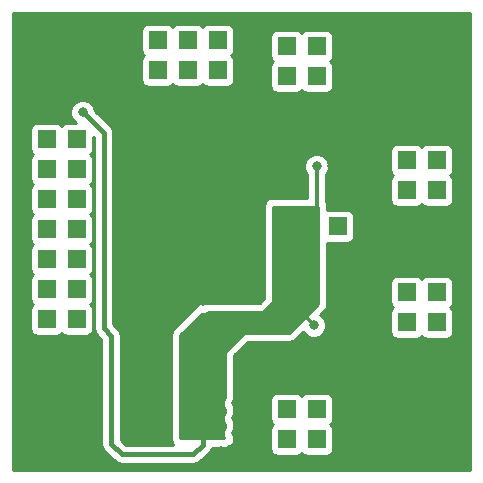
<source format=gbr>
G04 #@! TF.GenerationSoftware,KiCad,Pcbnew,(2017-02-05 revision 431abcf)-makepkg*
G04 #@! TF.CreationDate,2017-06-05T07:30:28+02:00*
G04 #@! TF.ProjectId,DIG4SW01A,4449473453573031412E6B696361645F,rev?*
G04 #@! TF.FileFunction,Copper,L1,Top,Signal*
G04 #@! TF.FilePolarity,Positive*
%FSLAX46Y46*%
G04 Gerber Fmt 4.6, Leading zero omitted, Abs format (unit mm)*
G04 Created by KiCad (PCBNEW (2017-02-05 revision 431abcf)-makepkg) date 06/05/17 07:30:28*
%MOMM*%
%LPD*%
G01*
G04 APERTURE LIST*
%ADD10C,1.300000*%
%ADD11C,0.800000*%
%ADD12C,6.000000*%
%ADD13R,3.810000X3.810000*%
%ADD14R,1.524000X1.524000*%
%ADD15C,0.250000*%
%ADD16C,0.300000*%
%ADD17C,0.400000*%
%ADD18C,0.254000*%
G04 APERTURE END LIST*
D10*
D11*
X17595500Y24111000D03*
X17595500Y23095000D03*
X17595500Y22079000D03*
X17595500Y21063000D03*
X17595500Y20047000D03*
X18802000Y24111000D03*
X18802000Y23095000D03*
X18802000Y22079000D03*
X18802000Y21063000D03*
X18802000Y20047000D03*
X19995800Y24111000D03*
X20008500Y23095000D03*
X20008500Y22079000D03*
X20008500Y21063000D03*
X20008500Y20047000D03*
D12*
X5080000Y5080000D03*
X35560000Y5080000D03*
X35560000Y35560000D03*
X5080000Y35560000D03*
D13*
X17018000Y10414000D03*
X17018000Y5414000D03*
X11938000Y5414000D03*
X11938000Y10414000D03*
D14*
X6350000Y28956000D03*
X3810000Y28956000D03*
X13208000Y34798000D03*
X13208000Y37338000D03*
X3810000Y13716000D03*
X6350000Y13716000D03*
X3810000Y16256000D03*
X6350000Y16256000D03*
X6350000Y18796000D03*
X3810000Y18796000D03*
X3810000Y21336000D03*
X6350000Y21336000D03*
X6350000Y23876000D03*
X3810000Y23876000D03*
X6350000Y26416000D03*
X3810000Y26416000D03*
X18288000Y34798000D03*
X18288000Y37338000D03*
X15748000Y37338000D03*
X15748000Y34798000D03*
X29210000Y6096000D03*
X29210000Y3556000D03*
X26670000Y6096000D03*
X26670000Y3556000D03*
X24130000Y6096000D03*
X24130000Y3556000D03*
X21590000Y6096000D03*
X21590000Y3556000D03*
X34290000Y18542000D03*
X36830000Y18542000D03*
X34290000Y16002000D03*
X36830000Y16002000D03*
X34290000Y13462000D03*
X36830000Y13462000D03*
X34290000Y10922000D03*
X36830000Y10922000D03*
X36830000Y22098000D03*
X34290000Y22098000D03*
X36830000Y24638000D03*
X34290000Y24638000D03*
X36830000Y27178000D03*
X34290000Y27178000D03*
X36830000Y29718000D03*
X34290000Y29718000D03*
X21590000Y34290000D03*
X21590000Y36830000D03*
X24130000Y34290000D03*
X24130000Y36830000D03*
X26670000Y34290000D03*
X26670000Y36830000D03*
X29210000Y34290000D03*
X29210000Y36830000D03*
X30988000Y21590000D03*
X28448000Y21590000D03*
X3810000Y11176000D03*
X6350000Y11176000D03*
D11*
X5080000Y9652000D03*
X6096000Y9652000D03*
X6096000Y8636000D03*
X8128000Y8127994D03*
X7620000Y12192000D03*
X7112000Y8636000D03*
X7112000Y9652002D03*
X8128000Y9144000D03*
X8128000Y10160000D03*
X8128006Y11176000D03*
X22860000Y11176000D03*
X20828000Y10922000D03*
X38862000Y22098000D03*
X39116000Y29718000D03*
X39116000Y31496000D03*
X39116000Y32766000D03*
X27940000Y26670000D03*
X27431984Y28194000D03*
X39116000Y10414000D03*
X39116000Y11430000D03*
X39116000Y12446000D03*
X39116000Y13462000D03*
X39116000Y14478000D03*
X39116000Y15494000D03*
X39116000Y16764000D03*
X38862000Y18034000D03*
X38862000Y19050000D03*
X31750000Y17526000D03*
X32766000Y11684000D03*
X30988000Y11684000D03*
X30734000Y39116000D03*
X29210000Y39116000D03*
X27686000Y39116000D03*
X26416000Y39116000D03*
X25146000Y39116000D03*
X23876000Y39116000D03*
X21844000Y38862000D03*
X24892000Y29972000D03*
X25146000Y28702000D03*
X29210000Y32766000D03*
X31242000Y37084000D03*
X31242000Y35814000D03*
X31242000Y34290000D03*
X31242000Y33020000D03*
X32258000Y33020000D03*
X33020000Y31750000D03*
X31750000Y31750000D03*
X30480000Y31750000D03*
X29210000Y31750000D03*
X38354000Y20320000D03*
X37338000Y20320000D03*
X36322000Y20320000D03*
X35052000Y20320000D03*
X33782000Y20320000D03*
X32512000Y19812000D03*
X32512000Y18288000D03*
X29210000Y11430000D03*
X31242000Y7366000D03*
X31242000Y5842000D03*
X31242000Y4826000D03*
X31242000Y3810000D03*
X31242000Y2794000D03*
X31496000Y1524000D03*
X30480000Y1524000D03*
X29210000Y1524000D03*
X20066000Y8128000D03*
X19812000Y6604000D03*
X19812000Y5334000D03*
X19812000Y4064000D03*
X19812000Y2540000D03*
X18542000Y2540000D03*
X18034000Y1524000D03*
X19050000Y1524000D03*
X20066000Y1524000D03*
X21336000Y1524000D03*
X22606000Y1524000D03*
X10160000Y13716000D03*
X11176000Y13208000D03*
X13716000Y13208000D03*
X12446000Y13208000D03*
X12446000Y14224000D03*
X12446000Y15494000D03*
X13462000Y16510000D03*
X14732000Y16510000D03*
X16002000Y16510000D03*
X16002000Y15240000D03*
X17018000Y15240000D03*
X17018000Y16510000D03*
X17780000Y17526000D03*
X18796000Y17526000D03*
X19812000Y17526000D03*
X19812000Y18796000D03*
X18796000Y18796000D03*
X17780000Y18796000D03*
X19812000Y25400000D03*
X18796000Y25400000D03*
X17780000Y25400000D03*
X17780000Y26416000D03*
X18796000Y26416000D03*
X19812000Y26416000D03*
X19304000Y27432000D03*
X18034000Y27432000D03*
X18034000Y28448000D03*
X19304000Y28448000D03*
X20320000Y28448000D03*
X20320000Y29464000D03*
X19304000Y29464000D03*
X18034000Y29464000D03*
X18034000Y30480000D03*
X19304000Y30480000D03*
X20320000Y30480000D03*
X19304000Y31496000D03*
X20320000Y31496000D03*
X20874000Y32512000D03*
X19558000Y32512000D03*
X13462000Y29464000D03*
X26416000Y13208000D03*
X26670000Y26670000D03*
X26416000Y21844000D03*
X26416000Y22860000D03*
X25400000Y22860000D03*
X25400000Y21844000D03*
X6858000Y31242000D03*
X26416000Y20828000D03*
X25400000Y20828000D03*
X24384000Y20828000D03*
X23368000Y20828000D03*
X23368000Y21844000D03*
X24384000Y21844000D03*
X24384000Y22860000D03*
X23368000Y22860000D03*
D15*
X6096000Y9652000D02*
X5080000Y9652000D01*
X7112000Y8636000D02*
X6096000Y8636000D01*
X8128000Y9144000D02*
X8128000Y8127994D01*
X7220001Y11792001D02*
X7620000Y12192000D01*
X7112000Y11684000D02*
X7220001Y11792001D01*
X7112000Y9652002D02*
X7112000Y11684000D01*
X8128006Y10160006D02*
X8128000Y10160000D01*
X8128006Y11176000D02*
X8128006Y10160006D01*
X20828000Y10922000D02*
X22606000Y10922000D01*
X22606000Y10922000D02*
X22860000Y11176000D01*
X36830000Y22098000D02*
X38862000Y22098000D01*
X39116000Y32766000D02*
X39116000Y31496000D01*
D16*
X27940000Y26981685D02*
X27940000Y26670000D01*
X27940000Y27685984D02*
X27940000Y26981685D01*
X27431984Y28194000D02*
X27940000Y27685984D01*
X27940000Y27178000D02*
X27940000Y26981685D01*
X28448000Y27686000D02*
X27940000Y27178000D01*
X39116000Y12446000D02*
X39116000Y11430000D01*
X39116000Y14478000D02*
X39116000Y13462000D01*
X39116000Y16764000D02*
X39116000Y15494000D01*
X38862000Y19050000D02*
X38862000Y18034000D01*
X32512000Y18288000D02*
X31750000Y17526000D01*
X29210000Y11430000D02*
X30734000Y11430000D01*
X30734000Y11430000D02*
X30988000Y11684000D01*
X27686000Y39116000D02*
X29210000Y39116000D01*
X25146000Y39116000D02*
X26416000Y39116000D01*
X21844000Y38862000D02*
X23622000Y38862000D01*
X23622000Y38862000D02*
X23876000Y39116000D01*
X25146000Y28702000D02*
X25146000Y29718000D01*
X25146000Y29718000D02*
X24892000Y29972000D01*
X29210000Y31750000D02*
X29210000Y32766000D01*
X31242000Y34290000D02*
X31242000Y35814000D01*
X32258000Y33020000D02*
X31242000Y33020000D01*
X31750000Y31750000D02*
X33020000Y31750000D01*
X29210000Y31750000D02*
X30480000Y31750000D01*
X36322000Y20320000D02*
X37338000Y20320000D01*
X33782000Y20320000D02*
X35052000Y20320000D01*
X32512000Y18288000D02*
X32512000Y19812000D01*
X31242000Y5842000D02*
X31242000Y7366000D01*
X31242000Y2794000D02*
X31242000Y3810000D01*
X30480000Y1524000D02*
X31496000Y1524000D01*
X29210000Y3556000D02*
X29210000Y1524000D01*
D15*
X19812000Y6604000D02*
X19812000Y7874000D01*
X19812000Y7874000D02*
X20066000Y8128000D01*
X19812000Y4064000D02*
X19812000Y5334000D01*
X18542000Y2540000D02*
X19812000Y2540000D01*
X19050000Y1524000D02*
X18034000Y1524000D01*
X21336000Y1524000D02*
X20066000Y1524000D01*
X21590000Y3556000D02*
X21590000Y2540000D01*
X21590000Y2540000D02*
X22606000Y1524000D01*
X13716000Y13208000D02*
X11176000Y13208000D01*
X12446000Y14224000D02*
X12446000Y13208000D01*
X13462000Y16510000D02*
X12446000Y15494000D01*
X16002000Y16510000D02*
X14732000Y16510000D01*
X17018000Y15240000D02*
X16002000Y15240000D01*
X17780000Y17526000D02*
X17780000Y17272000D01*
X17780000Y17272000D02*
X17018000Y16510000D01*
X19812000Y17526000D02*
X18796000Y17526000D01*
X18796000Y18796000D02*
X19812000Y18796000D01*
X17595500Y20047000D02*
X17595500Y18980500D01*
X17595500Y18980500D02*
X17780000Y18796000D01*
D16*
X18796000Y25400000D02*
X19812000Y25400000D01*
X17780000Y26416000D02*
X17780000Y25400000D01*
X19812000Y26416000D02*
X18796000Y26416000D01*
X18034000Y27432000D02*
X19304000Y27432000D01*
X19304000Y28448000D02*
X18034000Y28448000D01*
X20320000Y29464000D02*
X20320000Y28448000D01*
X18034000Y29464000D02*
X19304000Y29464000D01*
X19304000Y30480000D02*
X18034000Y30480000D01*
X19304000Y31496000D02*
X20320000Y30480000D01*
X20874000Y32512000D02*
X20874000Y32050000D01*
X20874000Y32050000D02*
X20320000Y31496000D01*
X21590000Y34290000D02*
X21590000Y33228000D01*
X20874000Y32512000D02*
X19558000Y32512000D01*
X21590000Y33228000D02*
X20874000Y32512000D01*
X26416000Y13208000D02*
X24638000Y14986000D01*
X24638000Y14986000D02*
X23622000Y14986000D01*
X23622000Y14986000D02*
X21844000Y13208000D01*
X21844000Y13208000D02*
X17607000Y13208000D01*
X17607000Y13208000D02*
X17018000Y12619000D01*
X17018000Y12619000D02*
X17018000Y10414000D01*
X26670000Y26670000D02*
X26670000Y23114000D01*
X26670000Y23114000D02*
X26416000Y22860000D01*
X26416000Y21844000D02*
X25400000Y21844000D01*
X25400000Y22860000D02*
X26416000Y22860000D01*
D17*
X8636000Y29464000D02*
X8636000Y12954000D01*
X9280001Y3165999D02*
X9280001Y12309999D01*
X16195000Y2286000D02*
X10160000Y2286000D01*
X10160000Y2286000D02*
X9280001Y3165999D01*
X9280001Y12309999D02*
X8636000Y12954000D01*
X17018000Y3109000D02*
X16195000Y2286000D01*
X6858000Y31242000D02*
X8636000Y29464000D01*
X17018000Y3109000D02*
X17018000Y5414000D01*
D16*
X25400000Y20828000D02*
X26416000Y20828000D01*
X23368000Y20828000D02*
X24384000Y20828000D01*
X24384000Y21844000D02*
X23368000Y21844000D01*
X23368000Y22860000D02*
X24384000Y22860000D01*
D18*
G36*
X39676000Y964000D02*
X964000Y964000D01*
X964000Y29718000D01*
X2400560Y29718000D01*
X2400560Y28194000D01*
X2449843Y27946235D01*
X2590191Y27736191D01*
X2665307Y27686000D01*
X2590191Y27635809D01*
X2449843Y27425765D01*
X2400560Y27178000D01*
X2400560Y25654000D01*
X2449843Y25406235D01*
X2590191Y25196191D01*
X2665307Y25146000D01*
X2590191Y25095809D01*
X2449843Y24885765D01*
X2400560Y24638000D01*
X2400560Y23114000D01*
X2449843Y22866235D01*
X2590191Y22656191D01*
X2665307Y22606000D01*
X2590191Y22555809D01*
X2449843Y22345765D01*
X2400560Y22098000D01*
X2400560Y20574000D01*
X2449843Y20326235D01*
X2590191Y20116191D01*
X2665307Y20066000D01*
X2590191Y20015809D01*
X2449843Y19805765D01*
X2400560Y19558000D01*
X2400560Y18034000D01*
X2449843Y17786235D01*
X2590191Y17576191D01*
X2665307Y17526000D01*
X2590191Y17475809D01*
X2449843Y17265765D01*
X2400560Y17018000D01*
X2400560Y15494000D01*
X2449843Y15246235D01*
X2590191Y15036191D01*
X2665307Y14986000D01*
X2590191Y14935809D01*
X2449843Y14725765D01*
X2400560Y14478000D01*
X2400560Y12954000D01*
X2449843Y12706235D01*
X2590191Y12496191D01*
X2800235Y12355843D01*
X3048000Y12306560D01*
X4572000Y12306560D01*
X4819765Y12355843D01*
X5029809Y12496191D01*
X5080000Y12571307D01*
X5130191Y12496191D01*
X5340235Y12355843D01*
X5588000Y12306560D01*
X7112000Y12306560D01*
X7359765Y12355843D01*
X7569809Y12496191D01*
X7710157Y12706235D01*
X7759440Y12954000D01*
X7759440Y14478000D01*
X7710157Y14725765D01*
X7569809Y14935809D01*
X7494693Y14986000D01*
X7569809Y15036191D01*
X7710157Y15246235D01*
X7759440Y15494000D01*
X7759440Y17018000D01*
X7710157Y17265765D01*
X7569809Y17475809D01*
X7494693Y17526000D01*
X7569809Y17576191D01*
X7710157Y17786235D01*
X7759440Y18034000D01*
X7759440Y19558000D01*
X7710157Y19805765D01*
X7569809Y20015809D01*
X7494693Y20066000D01*
X7569809Y20116191D01*
X7710157Y20326235D01*
X7759440Y20574000D01*
X7759440Y22098000D01*
X7710157Y22345765D01*
X7569809Y22555809D01*
X7494693Y22606000D01*
X7569809Y22656191D01*
X7710157Y22866235D01*
X7759440Y23114000D01*
X7759440Y24638000D01*
X7710157Y24885765D01*
X7569809Y25095809D01*
X7494693Y25146000D01*
X7569809Y25196191D01*
X7710157Y25406235D01*
X7759440Y25654000D01*
X7759440Y27178000D01*
X7710157Y27425765D01*
X7569809Y27635809D01*
X7494693Y27686000D01*
X7569809Y27736191D01*
X7710157Y27946235D01*
X7759440Y28194000D01*
X7759440Y29159692D01*
X7801000Y29118132D01*
X7801000Y12954000D01*
X7864561Y12634459D01*
X8045566Y12363566D01*
X8445001Y11964131D01*
X8445001Y3165999D01*
X8508562Y2846458D01*
X8546647Y2789460D01*
X8689567Y2575565D01*
X9569566Y1695565D01*
X9840460Y1514560D01*
X10160000Y1451000D01*
X16195000Y1451000D01*
X16514541Y1514561D01*
X16785434Y1695566D01*
X17608434Y2518566D01*
X17789440Y2789460D01*
X17803781Y2861560D01*
X18923000Y2861560D01*
X19170765Y2910843D01*
X19243598Y2959509D01*
X19293004Y2969336D01*
X19499013Y3106987D01*
X19636664Y3312996D01*
X19685000Y3556000D01*
X19685000Y6858000D01*
X22720560Y6858000D01*
X22720560Y5334000D01*
X22769843Y5086235D01*
X22910191Y4876191D01*
X22985307Y4826000D01*
X22910191Y4775809D01*
X22769843Y4565765D01*
X22720560Y4318000D01*
X22720560Y2794000D01*
X22769843Y2546235D01*
X22910191Y2336191D01*
X23120235Y2195843D01*
X23368000Y2146560D01*
X24892000Y2146560D01*
X25139765Y2195843D01*
X25349809Y2336191D01*
X25400000Y2411307D01*
X25450191Y2336191D01*
X25660235Y2195843D01*
X25908000Y2146560D01*
X27432000Y2146560D01*
X27679765Y2195843D01*
X27889809Y2336191D01*
X28030157Y2546235D01*
X28079440Y2794000D01*
X28079440Y4318000D01*
X28030157Y4565765D01*
X27889809Y4775809D01*
X27814693Y4826000D01*
X27889809Y4876191D01*
X28030157Y5086235D01*
X28079440Y5334000D01*
X28079440Y6858000D01*
X28030157Y7105765D01*
X27889809Y7315809D01*
X27679765Y7456157D01*
X27432000Y7505440D01*
X25908000Y7505440D01*
X25660235Y7456157D01*
X25450191Y7315809D01*
X25400000Y7240693D01*
X25349809Y7315809D01*
X25139765Y7456157D01*
X24892000Y7505440D01*
X23368000Y7505440D01*
X23120235Y7456157D01*
X22910191Y7315809D01*
X22769843Y7105765D01*
X22720560Y6858000D01*
X19685000Y6858000D01*
X19685000Y10658974D01*
X20837026Y11811000D01*
X24384000Y11811000D01*
X24627004Y11859336D01*
X24833013Y11996987D01*
X25514800Y12678774D01*
X25538058Y12622485D01*
X25828954Y12331081D01*
X26209223Y12173180D01*
X26620971Y12172821D01*
X27001515Y12330058D01*
X27292919Y12620954D01*
X27450820Y13001223D01*
X27451179Y13412971D01*
X27293942Y13793515D01*
X27003046Y14084919D01*
X26945034Y14109008D01*
X27373013Y14536987D01*
X27510664Y14742996D01*
X27559000Y14986000D01*
X27559000Y16764000D01*
X32880560Y16764000D01*
X32880560Y15240000D01*
X32929843Y14992235D01*
X33070191Y14782191D01*
X33145307Y14732000D01*
X33070191Y14681809D01*
X32929843Y14471765D01*
X32880560Y14224000D01*
X32880560Y12700000D01*
X32929843Y12452235D01*
X33070191Y12242191D01*
X33280235Y12101843D01*
X33528000Y12052560D01*
X35052000Y12052560D01*
X35299765Y12101843D01*
X35509809Y12242191D01*
X35560000Y12317307D01*
X35610191Y12242191D01*
X35820235Y12101843D01*
X36068000Y12052560D01*
X37592000Y12052560D01*
X37839765Y12101843D01*
X38049809Y12242191D01*
X38190157Y12452235D01*
X38239440Y12700000D01*
X38239440Y14224000D01*
X38190157Y14471765D01*
X38049809Y14681809D01*
X37974693Y14732000D01*
X38049809Y14782191D01*
X38190157Y14992235D01*
X38239440Y15240000D01*
X38239440Y16764000D01*
X38190157Y17011765D01*
X38049809Y17221809D01*
X37839765Y17362157D01*
X37592000Y17411440D01*
X36068000Y17411440D01*
X35820235Y17362157D01*
X35610191Y17221809D01*
X35560000Y17146693D01*
X35509809Y17221809D01*
X35299765Y17362157D01*
X35052000Y17411440D01*
X33528000Y17411440D01*
X33280235Y17362157D01*
X33070191Y17221809D01*
X32929843Y17011765D01*
X32880560Y16764000D01*
X27559000Y16764000D01*
X27559000Y20205822D01*
X27686000Y20180560D01*
X29210000Y20180560D01*
X29457765Y20229843D01*
X29667809Y20370191D01*
X29808157Y20580235D01*
X29857440Y20828000D01*
X29857440Y22352000D01*
X29808157Y22599765D01*
X29667809Y22809809D01*
X29457765Y22950157D01*
X29210000Y22999440D01*
X27686000Y22999440D01*
X27559000Y22974178D01*
X27559000Y23368000D01*
X27510664Y23611004D01*
X27455000Y23694311D01*
X27455000Y25991195D01*
X27546919Y26082954D01*
X27704820Y26463223D01*
X27705179Y26874971D01*
X27547942Y27255515D01*
X27257046Y27546919D01*
X26876777Y27704820D01*
X26465029Y27705179D01*
X26084485Y27547942D01*
X25793081Y27257046D01*
X25635180Y26876777D01*
X25634821Y26465029D01*
X25792058Y26084485D01*
X25885000Y25991381D01*
X25885000Y24003000D01*
X22860000Y24003000D01*
X22616996Y23954664D01*
X22410987Y23817013D01*
X22273336Y23611004D01*
X22225000Y23368000D01*
X22225000Y15503026D01*
X21834974Y15113000D01*
X17018000Y15113000D01*
X16774996Y15064664D01*
X16568987Y14927013D01*
X14536987Y12895013D01*
X14399336Y12689004D01*
X14351000Y12446000D01*
X14351000Y3556000D01*
X14399336Y3312996D01*
X14527624Y3121000D01*
X10505869Y3121000D01*
X10115001Y3511867D01*
X10115001Y12309999D01*
X10051440Y12629540D01*
X9870435Y12900433D01*
X9471000Y13299868D01*
X9471000Y27940000D01*
X32880560Y27940000D01*
X32880560Y26416000D01*
X32929843Y26168235D01*
X33070191Y25958191D01*
X33145307Y25908000D01*
X33070191Y25857809D01*
X32929843Y25647765D01*
X32880560Y25400000D01*
X32880560Y23876000D01*
X32929843Y23628235D01*
X33070191Y23418191D01*
X33280235Y23277843D01*
X33528000Y23228560D01*
X35052000Y23228560D01*
X35299765Y23277843D01*
X35509809Y23418191D01*
X35560000Y23493307D01*
X35610191Y23418191D01*
X35820235Y23277843D01*
X36068000Y23228560D01*
X37592000Y23228560D01*
X37839765Y23277843D01*
X38049809Y23418191D01*
X38190157Y23628235D01*
X38239440Y23876000D01*
X38239440Y25400000D01*
X38190157Y25647765D01*
X38049809Y25857809D01*
X37974693Y25908000D01*
X38049809Y25958191D01*
X38190157Y26168235D01*
X38239440Y26416000D01*
X38239440Y27940000D01*
X38190157Y28187765D01*
X38049809Y28397809D01*
X37839765Y28538157D01*
X37592000Y28587440D01*
X36068000Y28587440D01*
X35820235Y28538157D01*
X35610191Y28397809D01*
X35560000Y28322693D01*
X35509809Y28397809D01*
X35299765Y28538157D01*
X35052000Y28587440D01*
X33528000Y28587440D01*
X33280235Y28538157D01*
X33070191Y28397809D01*
X32929843Y28187765D01*
X32880560Y27940000D01*
X9471000Y27940000D01*
X9471000Y29464000D01*
X9407440Y29783540D01*
X9226434Y30054434D01*
X7893127Y31387741D01*
X7893179Y31446971D01*
X7735942Y31827515D01*
X7445046Y32118919D01*
X7064777Y32276820D01*
X6653029Y32277179D01*
X6272485Y32119942D01*
X5981081Y31829046D01*
X5823180Y31448777D01*
X5822821Y31037029D01*
X5980058Y30656485D01*
X6270596Y30365440D01*
X5588000Y30365440D01*
X5340235Y30316157D01*
X5130191Y30175809D01*
X5080000Y30100693D01*
X5029809Y30175809D01*
X4819765Y30316157D01*
X4572000Y30365440D01*
X3048000Y30365440D01*
X2800235Y30316157D01*
X2590191Y30175809D01*
X2449843Y29965765D01*
X2400560Y29718000D01*
X964000Y29718000D01*
X964000Y38100000D01*
X11798560Y38100000D01*
X11798560Y36576000D01*
X11847843Y36328235D01*
X11988191Y36118191D01*
X12063307Y36068000D01*
X11988191Y36017809D01*
X11847843Y35807765D01*
X11798560Y35560000D01*
X11798560Y34036000D01*
X11847843Y33788235D01*
X11988191Y33578191D01*
X12198235Y33437843D01*
X12446000Y33388560D01*
X13970000Y33388560D01*
X14217765Y33437843D01*
X14427809Y33578191D01*
X14478000Y33653307D01*
X14528191Y33578191D01*
X14738235Y33437843D01*
X14986000Y33388560D01*
X16510000Y33388560D01*
X16757765Y33437843D01*
X16967809Y33578191D01*
X17018000Y33653307D01*
X17068191Y33578191D01*
X17278235Y33437843D01*
X17526000Y33388560D01*
X19050000Y33388560D01*
X19297765Y33437843D01*
X19507809Y33578191D01*
X19648157Y33788235D01*
X19697440Y34036000D01*
X19697440Y35560000D01*
X19648157Y35807765D01*
X19507809Y36017809D01*
X19432693Y36068000D01*
X19507809Y36118191D01*
X19648157Y36328235D01*
X19697440Y36576000D01*
X19697440Y37592000D01*
X22720560Y37592000D01*
X22720560Y36068000D01*
X22769843Y35820235D01*
X22910191Y35610191D01*
X22985307Y35560000D01*
X22910191Y35509809D01*
X22769843Y35299765D01*
X22720560Y35052000D01*
X22720560Y33528000D01*
X22769843Y33280235D01*
X22910191Y33070191D01*
X23120235Y32929843D01*
X23368000Y32880560D01*
X24892000Y32880560D01*
X25139765Y32929843D01*
X25349809Y33070191D01*
X25400000Y33145307D01*
X25450191Y33070191D01*
X25660235Y32929843D01*
X25908000Y32880560D01*
X27432000Y32880560D01*
X27679765Y32929843D01*
X27889809Y33070191D01*
X28030157Y33280235D01*
X28079440Y33528000D01*
X28079440Y35052000D01*
X28030157Y35299765D01*
X27889809Y35509809D01*
X27814693Y35560000D01*
X27889809Y35610191D01*
X28030157Y35820235D01*
X28079440Y36068000D01*
X28079440Y37592000D01*
X28030157Y37839765D01*
X27889809Y38049809D01*
X27679765Y38190157D01*
X27432000Y38239440D01*
X25908000Y38239440D01*
X25660235Y38190157D01*
X25450191Y38049809D01*
X25400000Y37974693D01*
X25349809Y38049809D01*
X25139765Y38190157D01*
X24892000Y38239440D01*
X23368000Y38239440D01*
X23120235Y38190157D01*
X22910191Y38049809D01*
X22769843Y37839765D01*
X22720560Y37592000D01*
X19697440Y37592000D01*
X19697440Y38100000D01*
X19648157Y38347765D01*
X19507809Y38557809D01*
X19297765Y38698157D01*
X19050000Y38747440D01*
X17526000Y38747440D01*
X17278235Y38698157D01*
X17068191Y38557809D01*
X17018000Y38482693D01*
X16967809Y38557809D01*
X16757765Y38698157D01*
X16510000Y38747440D01*
X14986000Y38747440D01*
X14738235Y38698157D01*
X14528191Y38557809D01*
X14478000Y38482693D01*
X14427809Y38557809D01*
X14217765Y38698157D01*
X13970000Y38747440D01*
X12446000Y38747440D01*
X12198235Y38698157D01*
X11988191Y38557809D01*
X11847843Y38347765D01*
X11798560Y38100000D01*
X964000Y38100000D01*
X964000Y39676000D01*
X39676000Y39676000D01*
X39676000Y964000D01*
X39676000Y964000D01*
G37*
X39676000Y964000D02*
X964000Y964000D01*
X964000Y29718000D01*
X2400560Y29718000D01*
X2400560Y28194000D01*
X2449843Y27946235D01*
X2590191Y27736191D01*
X2665307Y27686000D01*
X2590191Y27635809D01*
X2449843Y27425765D01*
X2400560Y27178000D01*
X2400560Y25654000D01*
X2449843Y25406235D01*
X2590191Y25196191D01*
X2665307Y25146000D01*
X2590191Y25095809D01*
X2449843Y24885765D01*
X2400560Y24638000D01*
X2400560Y23114000D01*
X2449843Y22866235D01*
X2590191Y22656191D01*
X2665307Y22606000D01*
X2590191Y22555809D01*
X2449843Y22345765D01*
X2400560Y22098000D01*
X2400560Y20574000D01*
X2449843Y20326235D01*
X2590191Y20116191D01*
X2665307Y20066000D01*
X2590191Y20015809D01*
X2449843Y19805765D01*
X2400560Y19558000D01*
X2400560Y18034000D01*
X2449843Y17786235D01*
X2590191Y17576191D01*
X2665307Y17526000D01*
X2590191Y17475809D01*
X2449843Y17265765D01*
X2400560Y17018000D01*
X2400560Y15494000D01*
X2449843Y15246235D01*
X2590191Y15036191D01*
X2665307Y14986000D01*
X2590191Y14935809D01*
X2449843Y14725765D01*
X2400560Y14478000D01*
X2400560Y12954000D01*
X2449843Y12706235D01*
X2590191Y12496191D01*
X2800235Y12355843D01*
X3048000Y12306560D01*
X4572000Y12306560D01*
X4819765Y12355843D01*
X5029809Y12496191D01*
X5080000Y12571307D01*
X5130191Y12496191D01*
X5340235Y12355843D01*
X5588000Y12306560D01*
X7112000Y12306560D01*
X7359765Y12355843D01*
X7569809Y12496191D01*
X7710157Y12706235D01*
X7759440Y12954000D01*
X7759440Y14478000D01*
X7710157Y14725765D01*
X7569809Y14935809D01*
X7494693Y14986000D01*
X7569809Y15036191D01*
X7710157Y15246235D01*
X7759440Y15494000D01*
X7759440Y17018000D01*
X7710157Y17265765D01*
X7569809Y17475809D01*
X7494693Y17526000D01*
X7569809Y17576191D01*
X7710157Y17786235D01*
X7759440Y18034000D01*
X7759440Y19558000D01*
X7710157Y19805765D01*
X7569809Y20015809D01*
X7494693Y20066000D01*
X7569809Y20116191D01*
X7710157Y20326235D01*
X7759440Y20574000D01*
X7759440Y22098000D01*
X7710157Y22345765D01*
X7569809Y22555809D01*
X7494693Y22606000D01*
X7569809Y22656191D01*
X7710157Y22866235D01*
X7759440Y23114000D01*
X7759440Y24638000D01*
X7710157Y24885765D01*
X7569809Y25095809D01*
X7494693Y25146000D01*
X7569809Y25196191D01*
X7710157Y25406235D01*
X7759440Y25654000D01*
X7759440Y27178000D01*
X7710157Y27425765D01*
X7569809Y27635809D01*
X7494693Y27686000D01*
X7569809Y27736191D01*
X7710157Y27946235D01*
X7759440Y28194000D01*
X7759440Y29159692D01*
X7801000Y29118132D01*
X7801000Y12954000D01*
X7864561Y12634459D01*
X8045566Y12363566D01*
X8445001Y11964131D01*
X8445001Y3165999D01*
X8508562Y2846458D01*
X8546647Y2789460D01*
X8689567Y2575565D01*
X9569566Y1695565D01*
X9840460Y1514560D01*
X10160000Y1451000D01*
X16195000Y1451000D01*
X16514541Y1514561D01*
X16785434Y1695566D01*
X17608434Y2518566D01*
X17789440Y2789460D01*
X17803781Y2861560D01*
X18923000Y2861560D01*
X19170765Y2910843D01*
X19243598Y2959509D01*
X19293004Y2969336D01*
X19499013Y3106987D01*
X19636664Y3312996D01*
X19685000Y3556000D01*
X19685000Y6858000D01*
X22720560Y6858000D01*
X22720560Y5334000D01*
X22769843Y5086235D01*
X22910191Y4876191D01*
X22985307Y4826000D01*
X22910191Y4775809D01*
X22769843Y4565765D01*
X22720560Y4318000D01*
X22720560Y2794000D01*
X22769843Y2546235D01*
X22910191Y2336191D01*
X23120235Y2195843D01*
X23368000Y2146560D01*
X24892000Y2146560D01*
X25139765Y2195843D01*
X25349809Y2336191D01*
X25400000Y2411307D01*
X25450191Y2336191D01*
X25660235Y2195843D01*
X25908000Y2146560D01*
X27432000Y2146560D01*
X27679765Y2195843D01*
X27889809Y2336191D01*
X28030157Y2546235D01*
X28079440Y2794000D01*
X28079440Y4318000D01*
X28030157Y4565765D01*
X27889809Y4775809D01*
X27814693Y4826000D01*
X27889809Y4876191D01*
X28030157Y5086235D01*
X28079440Y5334000D01*
X28079440Y6858000D01*
X28030157Y7105765D01*
X27889809Y7315809D01*
X27679765Y7456157D01*
X27432000Y7505440D01*
X25908000Y7505440D01*
X25660235Y7456157D01*
X25450191Y7315809D01*
X25400000Y7240693D01*
X25349809Y7315809D01*
X25139765Y7456157D01*
X24892000Y7505440D01*
X23368000Y7505440D01*
X23120235Y7456157D01*
X22910191Y7315809D01*
X22769843Y7105765D01*
X22720560Y6858000D01*
X19685000Y6858000D01*
X19685000Y10658974D01*
X20837026Y11811000D01*
X24384000Y11811000D01*
X24627004Y11859336D01*
X24833013Y11996987D01*
X25514800Y12678774D01*
X25538058Y12622485D01*
X25828954Y12331081D01*
X26209223Y12173180D01*
X26620971Y12172821D01*
X27001515Y12330058D01*
X27292919Y12620954D01*
X27450820Y13001223D01*
X27451179Y13412971D01*
X27293942Y13793515D01*
X27003046Y14084919D01*
X26945034Y14109008D01*
X27373013Y14536987D01*
X27510664Y14742996D01*
X27559000Y14986000D01*
X27559000Y16764000D01*
X32880560Y16764000D01*
X32880560Y15240000D01*
X32929843Y14992235D01*
X33070191Y14782191D01*
X33145307Y14732000D01*
X33070191Y14681809D01*
X32929843Y14471765D01*
X32880560Y14224000D01*
X32880560Y12700000D01*
X32929843Y12452235D01*
X33070191Y12242191D01*
X33280235Y12101843D01*
X33528000Y12052560D01*
X35052000Y12052560D01*
X35299765Y12101843D01*
X35509809Y12242191D01*
X35560000Y12317307D01*
X35610191Y12242191D01*
X35820235Y12101843D01*
X36068000Y12052560D01*
X37592000Y12052560D01*
X37839765Y12101843D01*
X38049809Y12242191D01*
X38190157Y12452235D01*
X38239440Y12700000D01*
X38239440Y14224000D01*
X38190157Y14471765D01*
X38049809Y14681809D01*
X37974693Y14732000D01*
X38049809Y14782191D01*
X38190157Y14992235D01*
X38239440Y15240000D01*
X38239440Y16764000D01*
X38190157Y17011765D01*
X38049809Y17221809D01*
X37839765Y17362157D01*
X37592000Y17411440D01*
X36068000Y17411440D01*
X35820235Y17362157D01*
X35610191Y17221809D01*
X35560000Y17146693D01*
X35509809Y17221809D01*
X35299765Y17362157D01*
X35052000Y17411440D01*
X33528000Y17411440D01*
X33280235Y17362157D01*
X33070191Y17221809D01*
X32929843Y17011765D01*
X32880560Y16764000D01*
X27559000Y16764000D01*
X27559000Y20205822D01*
X27686000Y20180560D01*
X29210000Y20180560D01*
X29457765Y20229843D01*
X29667809Y20370191D01*
X29808157Y20580235D01*
X29857440Y20828000D01*
X29857440Y22352000D01*
X29808157Y22599765D01*
X29667809Y22809809D01*
X29457765Y22950157D01*
X29210000Y22999440D01*
X27686000Y22999440D01*
X27559000Y22974178D01*
X27559000Y23368000D01*
X27510664Y23611004D01*
X27455000Y23694311D01*
X27455000Y25991195D01*
X27546919Y26082954D01*
X27704820Y26463223D01*
X27705179Y26874971D01*
X27547942Y27255515D01*
X27257046Y27546919D01*
X26876777Y27704820D01*
X26465029Y27705179D01*
X26084485Y27547942D01*
X25793081Y27257046D01*
X25635180Y26876777D01*
X25634821Y26465029D01*
X25792058Y26084485D01*
X25885000Y25991381D01*
X25885000Y24003000D01*
X22860000Y24003000D01*
X22616996Y23954664D01*
X22410987Y23817013D01*
X22273336Y23611004D01*
X22225000Y23368000D01*
X22225000Y15503026D01*
X21834974Y15113000D01*
X17018000Y15113000D01*
X16774996Y15064664D01*
X16568987Y14927013D01*
X14536987Y12895013D01*
X14399336Y12689004D01*
X14351000Y12446000D01*
X14351000Y3556000D01*
X14399336Y3312996D01*
X14527624Y3121000D01*
X10505869Y3121000D01*
X10115001Y3511867D01*
X10115001Y12309999D01*
X10051440Y12629540D01*
X9870435Y12900433D01*
X9471000Y13299868D01*
X9471000Y27940000D01*
X32880560Y27940000D01*
X32880560Y26416000D01*
X32929843Y26168235D01*
X33070191Y25958191D01*
X33145307Y25908000D01*
X33070191Y25857809D01*
X32929843Y25647765D01*
X32880560Y25400000D01*
X32880560Y23876000D01*
X32929843Y23628235D01*
X33070191Y23418191D01*
X33280235Y23277843D01*
X33528000Y23228560D01*
X35052000Y23228560D01*
X35299765Y23277843D01*
X35509809Y23418191D01*
X35560000Y23493307D01*
X35610191Y23418191D01*
X35820235Y23277843D01*
X36068000Y23228560D01*
X37592000Y23228560D01*
X37839765Y23277843D01*
X38049809Y23418191D01*
X38190157Y23628235D01*
X38239440Y23876000D01*
X38239440Y25400000D01*
X38190157Y25647765D01*
X38049809Y25857809D01*
X37974693Y25908000D01*
X38049809Y25958191D01*
X38190157Y26168235D01*
X38239440Y26416000D01*
X38239440Y27940000D01*
X38190157Y28187765D01*
X38049809Y28397809D01*
X37839765Y28538157D01*
X37592000Y28587440D01*
X36068000Y28587440D01*
X35820235Y28538157D01*
X35610191Y28397809D01*
X35560000Y28322693D01*
X35509809Y28397809D01*
X35299765Y28538157D01*
X35052000Y28587440D01*
X33528000Y28587440D01*
X33280235Y28538157D01*
X33070191Y28397809D01*
X32929843Y28187765D01*
X32880560Y27940000D01*
X9471000Y27940000D01*
X9471000Y29464000D01*
X9407440Y29783540D01*
X9226434Y30054434D01*
X7893127Y31387741D01*
X7893179Y31446971D01*
X7735942Y31827515D01*
X7445046Y32118919D01*
X7064777Y32276820D01*
X6653029Y32277179D01*
X6272485Y32119942D01*
X5981081Y31829046D01*
X5823180Y31448777D01*
X5822821Y31037029D01*
X5980058Y30656485D01*
X6270596Y30365440D01*
X5588000Y30365440D01*
X5340235Y30316157D01*
X5130191Y30175809D01*
X5080000Y30100693D01*
X5029809Y30175809D01*
X4819765Y30316157D01*
X4572000Y30365440D01*
X3048000Y30365440D01*
X2800235Y30316157D01*
X2590191Y30175809D01*
X2449843Y29965765D01*
X2400560Y29718000D01*
X964000Y29718000D01*
X964000Y38100000D01*
X11798560Y38100000D01*
X11798560Y36576000D01*
X11847843Y36328235D01*
X11988191Y36118191D01*
X12063307Y36068000D01*
X11988191Y36017809D01*
X11847843Y35807765D01*
X11798560Y35560000D01*
X11798560Y34036000D01*
X11847843Y33788235D01*
X11988191Y33578191D01*
X12198235Y33437843D01*
X12446000Y33388560D01*
X13970000Y33388560D01*
X14217765Y33437843D01*
X14427809Y33578191D01*
X14478000Y33653307D01*
X14528191Y33578191D01*
X14738235Y33437843D01*
X14986000Y33388560D01*
X16510000Y33388560D01*
X16757765Y33437843D01*
X16967809Y33578191D01*
X17018000Y33653307D01*
X17068191Y33578191D01*
X17278235Y33437843D01*
X17526000Y33388560D01*
X19050000Y33388560D01*
X19297765Y33437843D01*
X19507809Y33578191D01*
X19648157Y33788235D01*
X19697440Y34036000D01*
X19697440Y35560000D01*
X19648157Y35807765D01*
X19507809Y36017809D01*
X19432693Y36068000D01*
X19507809Y36118191D01*
X19648157Y36328235D01*
X19697440Y36576000D01*
X19697440Y37592000D01*
X22720560Y37592000D01*
X22720560Y36068000D01*
X22769843Y35820235D01*
X22910191Y35610191D01*
X22985307Y35560000D01*
X22910191Y35509809D01*
X22769843Y35299765D01*
X22720560Y35052000D01*
X22720560Y33528000D01*
X22769843Y33280235D01*
X22910191Y33070191D01*
X23120235Y32929843D01*
X23368000Y32880560D01*
X24892000Y32880560D01*
X25139765Y32929843D01*
X25349809Y33070191D01*
X25400000Y33145307D01*
X25450191Y33070191D01*
X25660235Y32929843D01*
X25908000Y32880560D01*
X27432000Y32880560D01*
X27679765Y32929843D01*
X27889809Y33070191D01*
X28030157Y33280235D01*
X28079440Y33528000D01*
X28079440Y35052000D01*
X28030157Y35299765D01*
X27889809Y35509809D01*
X27814693Y35560000D01*
X27889809Y35610191D01*
X28030157Y35820235D01*
X28079440Y36068000D01*
X28079440Y37592000D01*
X28030157Y37839765D01*
X27889809Y38049809D01*
X27679765Y38190157D01*
X27432000Y38239440D01*
X25908000Y38239440D01*
X25660235Y38190157D01*
X25450191Y38049809D01*
X25400000Y37974693D01*
X25349809Y38049809D01*
X25139765Y38190157D01*
X24892000Y38239440D01*
X23368000Y38239440D01*
X23120235Y38190157D01*
X22910191Y38049809D01*
X22769843Y37839765D01*
X22720560Y37592000D01*
X19697440Y37592000D01*
X19697440Y38100000D01*
X19648157Y38347765D01*
X19507809Y38557809D01*
X19297765Y38698157D01*
X19050000Y38747440D01*
X17526000Y38747440D01*
X17278235Y38698157D01*
X17068191Y38557809D01*
X17018000Y38482693D01*
X16967809Y38557809D01*
X16757765Y38698157D01*
X16510000Y38747440D01*
X14986000Y38747440D01*
X14738235Y38698157D01*
X14528191Y38557809D01*
X14478000Y38482693D01*
X14427809Y38557809D01*
X14217765Y38698157D01*
X13970000Y38747440D01*
X12446000Y38747440D01*
X12198235Y38698157D01*
X11988191Y38557809D01*
X11847843Y38347765D01*
X11798560Y38100000D01*
X964000Y38100000D01*
X964000Y39676000D01*
X39676000Y39676000D01*
X39676000Y964000D01*
G36*
X26797000Y15038606D02*
X24331394Y12573000D01*
X20574000Y12573000D01*
X20525399Y12563333D01*
X20484197Y12535803D01*
X18960197Y11011803D01*
X18932667Y10970601D01*
X18923000Y10922000D01*
X18923000Y7161952D01*
X18777180Y6810777D01*
X18776821Y6399029D01*
X18923000Y6045248D01*
X18923000Y5891952D01*
X18777180Y5540777D01*
X18776821Y5129029D01*
X18923000Y4775248D01*
X18923000Y4621952D01*
X18777180Y4270777D01*
X18776821Y3859029D01*
X18849554Y3683000D01*
X15113000Y3683000D01*
X15113000Y12393394D01*
X16924687Y14205081D01*
X17222971Y14204821D01*
X17576752Y14351000D01*
X22098000Y14351000D01*
X22146601Y14360667D01*
X22187803Y14388197D01*
X22949803Y15150197D01*
X22977333Y15191399D01*
X22987000Y15240000D01*
X22987000Y23241000D01*
X26797000Y23241000D01*
X26797000Y15038606D01*
X26797000Y15038606D01*
G37*
X26797000Y15038606D02*
X24331394Y12573000D01*
X20574000Y12573000D01*
X20525399Y12563333D01*
X20484197Y12535803D01*
X18960197Y11011803D01*
X18932667Y10970601D01*
X18923000Y10922000D01*
X18923000Y7161952D01*
X18777180Y6810777D01*
X18776821Y6399029D01*
X18923000Y6045248D01*
X18923000Y5891952D01*
X18777180Y5540777D01*
X18776821Y5129029D01*
X18923000Y4775248D01*
X18923000Y4621952D01*
X18777180Y4270777D01*
X18776821Y3859029D01*
X18849554Y3683000D01*
X15113000Y3683000D01*
X15113000Y12393394D01*
X16924687Y14205081D01*
X17222971Y14204821D01*
X17576752Y14351000D01*
X22098000Y14351000D01*
X22146601Y14360667D01*
X22187803Y14388197D01*
X22949803Y15150197D01*
X22977333Y15191399D01*
X22987000Y15240000D01*
X22987000Y23241000D01*
X26797000Y23241000D01*
X26797000Y15038606D01*
M02*

</source>
